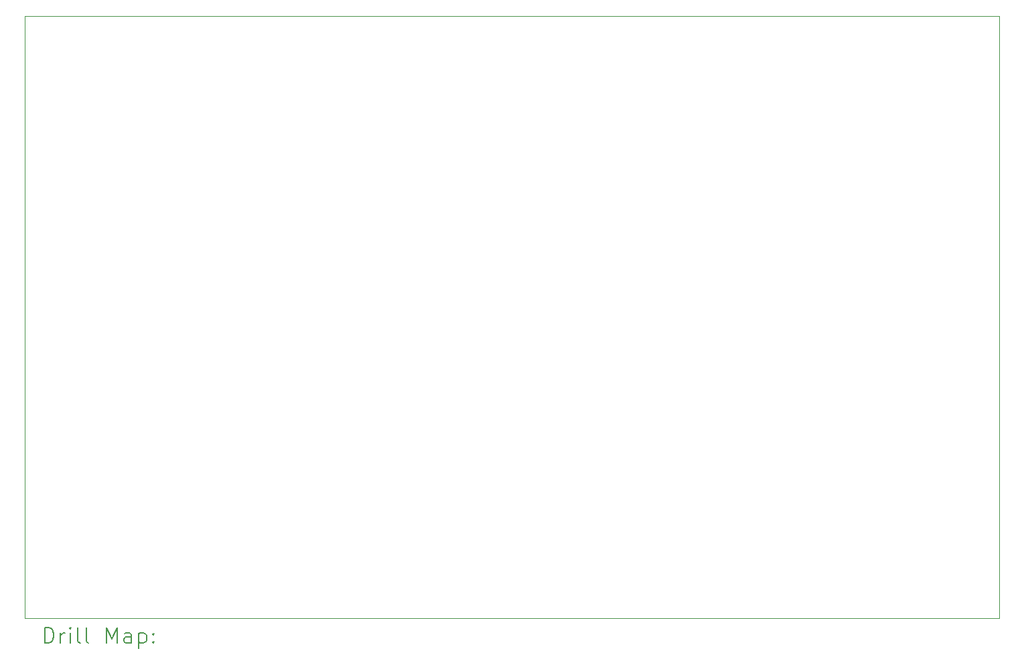
<source format=gbr>
%FSLAX45Y45*%
G04 Gerber Fmt 4.5, Leading zero omitted, Abs format (unit mm)*
G04 Created by KiCad (PCBNEW 6.0.5+dfsg-1~bpo11+1) date 2022-07-21 21:01:22*
%MOMM*%
%LPD*%
G01*
G04 APERTURE LIST*
%TA.AperFunction,Profile*%
%ADD10C,0.100000*%
%TD*%
%ADD11C,0.200000*%
G04 APERTURE END LIST*
D10*
X20929600Y-5954280D02*
X8610600Y-5954280D01*
X20929600Y-13574280D02*
X20929600Y-5954280D01*
X8610600Y-13574280D02*
X20929600Y-13574280D01*
X8610600Y-5954280D02*
X8610600Y-13574280D01*
D11*
X8863219Y-13889756D02*
X8863219Y-13689756D01*
X8910838Y-13689756D01*
X8939410Y-13699280D01*
X8958457Y-13718328D01*
X8967981Y-13737375D01*
X8977505Y-13775470D01*
X8977505Y-13804042D01*
X8967981Y-13842137D01*
X8958457Y-13861185D01*
X8939410Y-13880232D01*
X8910838Y-13889756D01*
X8863219Y-13889756D01*
X9063219Y-13889756D02*
X9063219Y-13756423D01*
X9063219Y-13794518D02*
X9072743Y-13775470D01*
X9082267Y-13765947D01*
X9101314Y-13756423D01*
X9120362Y-13756423D01*
X9187029Y-13889756D02*
X9187029Y-13756423D01*
X9187029Y-13689756D02*
X9177505Y-13699280D01*
X9187029Y-13708804D01*
X9196552Y-13699280D01*
X9187029Y-13689756D01*
X9187029Y-13708804D01*
X9310838Y-13889756D02*
X9291790Y-13880232D01*
X9282267Y-13861185D01*
X9282267Y-13689756D01*
X9415600Y-13889756D02*
X9396552Y-13880232D01*
X9387029Y-13861185D01*
X9387029Y-13689756D01*
X9644171Y-13889756D02*
X9644171Y-13689756D01*
X9710838Y-13832613D01*
X9777505Y-13689756D01*
X9777505Y-13889756D01*
X9958457Y-13889756D02*
X9958457Y-13784994D01*
X9948933Y-13765947D01*
X9929886Y-13756423D01*
X9891790Y-13756423D01*
X9872743Y-13765947D01*
X9958457Y-13880232D02*
X9939410Y-13889756D01*
X9891790Y-13889756D01*
X9872743Y-13880232D01*
X9863219Y-13861185D01*
X9863219Y-13842137D01*
X9872743Y-13823089D01*
X9891790Y-13813566D01*
X9939410Y-13813566D01*
X9958457Y-13804042D01*
X10053695Y-13756423D02*
X10053695Y-13956423D01*
X10053695Y-13765947D02*
X10072743Y-13756423D01*
X10110838Y-13756423D01*
X10129886Y-13765947D01*
X10139410Y-13775470D01*
X10148933Y-13794518D01*
X10148933Y-13851661D01*
X10139410Y-13870708D01*
X10129886Y-13880232D01*
X10110838Y-13889756D01*
X10072743Y-13889756D01*
X10053695Y-13880232D01*
X10234648Y-13870708D02*
X10244171Y-13880232D01*
X10234648Y-13889756D01*
X10225124Y-13880232D01*
X10234648Y-13870708D01*
X10234648Y-13889756D01*
X10234648Y-13765947D02*
X10244171Y-13775470D01*
X10234648Y-13784994D01*
X10225124Y-13775470D01*
X10234648Y-13765947D01*
X10234648Y-13784994D01*
M02*

</source>
